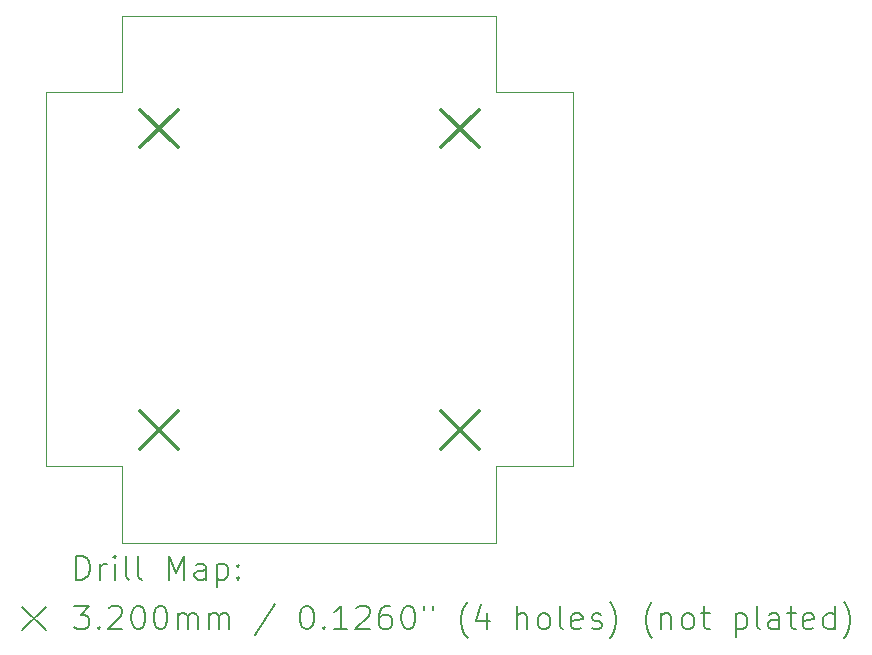
<source format=gbr>
%TF.GenerationSoftware,KiCad,Pcbnew,8.0.8*%
%TF.CreationDate,2025-05-27T15:12:43+02:00*%
%TF.ProjectId,gFocus,67466f63-7573-42e6-9b69-6361645f7063,rev?*%
%TF.SameCoordinates,Original*%
%TF.FileFunction,Drillmap*%
%TF.FilePolarity,Positive*%
%FSLAX45Y45*%
G04 Gerber Fmt 4.5, Leading zero omitted, Abs format (unit mm)*
G04 Created by KiCad (PCBNEW 8.0.8) date 2025-05-27 15:12:43*
%MOMM*%
%LPD*%
G01*
G04 APERTURE LIST*
%ADD10C,0.050000*%
%ADD11C,0.200000*%
%ADD12C,0.320000*%
G04 APERTURE END LIST*
D10*
X16175000Y-11995000D02*
X16175000Y-11350000D01*
X16820000Y-8180000D02*
X16820000Y-11350000D01*
X16175000Y-11350000D02*
X16820000Y-11350000D01*
X12360000Y-11350000D02*
X12360000Y-8180000D01*
X13005000Y-7535000D02*
X16175000Y-7535000D01*
X16820000Y-8180000D02*
X16175000Y-8180000D01*
X16175000Y-7535000D02*
X16175000Y-8180000D01*
X16175000Y-11995000D02*
X13005000Y-11995000D01*
X12360000Y-8180000D02*
X13005000Y-8180000D01*
X13005000Y-7535000D02*
X13005000Y-8180000D01*
X13005000Y-11995000D02*
X13005000Y-11350000D01*
X12360000Y-11350000D02*
X13005000Y-11350000D01*
D11*
D12*
X13155000Y-8330000D02*
X13475000Y-8650000D01*
X13475000Y-8330000D02*
X13155000Y-8650000D01*
X13155000Y-10880000D02*
X13475000Y-11200000D01*
X13475000Y-10880000D02*
X13155000Y-11200000D01*
X15705000Y-8330000D02*
X16025000Y-8650000D01*
X16025000Y-8330000D02*
X15705000Y-8650000D01*
X15705000Y-10880000D02*
X16025000Y-11200000D01*
X16025000Y-10880000D02*
X15705000Y-11200000D01*
D11*
X12618277Y-12308984D02*
X12618277Y-12108984D01*
X12618277Y-12108984D02*
X12665896Y-12108984D01*
X12665896Y-12108984D02*
X12694467Y-12118508D01*
X12694467Y-12118508D02*
X12713515Y-12137555D01*
X12713515Y-12137555D02*
X12723039Y-12156603D01*
X12723039Y-12156603D02*
X12732562Y-12194698D01*
X12732562Y-12194698D02*
X12732562Y-12223269D01*
X12732562Y-12223269D02*
X12723039Y-12261365D01*
X12723039Y-12261365D02*
X12713515Y-12280412D01*
X12713515Y-12280412D02*
X12694467Y-12299460D01*
X12694467Y-12299460D02*
X12665896Y-12308984D01*
X12665896Y-12308984D02*
X12618277Y-12308984D01*
X12818277Y-12308984D02*
X12818277Y-12175650D01*
X12818277Y-12213746D02*
X12827801Y-12194698D01*
X12827801Y-12194698D02*
X12837324Y-12185174D01*
X12837324Y-12185174D02*
X12856372Y-12175650D01*
X12856372Y-12175650D02*
X12875420Y-12175650D01*
X12942086Y-12308984D02*
X12942086Y-12175650D01*
X12942086Y-12108984D02*
X12932562Y-12118508D01*
X12932562Y-12118508D02*
X12942086Y-12128031D01*
X12942086Y-12128031D02*
X12951610Y-12118508D01*
X12951610Y-12118508D02*
X12942086Y-12108984D01*
X12942086Y-12108984D02*
X12942086Y-12128031D01*
X13065896Y-12308984D02*
X13046848Y-12299460D01*
X13046848Y-12299460D02*
X13037324Y-12280412D01*
X13037324Y-12280412D02*
X13037324Y-12108984D01*
X13170658Y-12308984D02*
X13151610Y-12299460D01*
X13151610Y-12299460D02*
X13142086Y-12280412D01*
X13142086Y-12280412D02*
X13142086Y-12108984D01*
X13399229Y-12308984D02*
X13399229Y-12108984D01*
X13399229Y-12108984D02*
X13465896Y-12251841D01*
X13465896Y-12251841D02*
X13532562Y-12108984D01*
X13532562Y-12108984D02*
X13532562Y-12308984D01*
X13713515Y-12308984D02*
X13713515Y-12204222D01*
X13713515Y-12204222D02*
X13703991Y-12185174D01*
X13703991Y-12185174D02*
X13684943Y-12175650D01*
X13684943Y-12175650D02*
X13646848Y-12175650D01*
X13646848Y-12175650D02*
X13627801Y-12185174D01*
X13713515Y-12299460D02*
X13694467Y-12308984D01*
X13694467Y-12308984D02*
X13646848Y-12308984D01*
X13646848Y-12308984D02*
X13627801Y-12299460D01*
X13627801Y-12299460D02*
X13618277Y-12280412D01*
X13618277Y-12280412D02*
X13618277Y-12261365D01*
X13618277Y-12261365D02*
X13627801Y-12242317D01*
X13627801Y-12242317D02*
X13646848Y-12232793D01*
X13646848Y-12232793D02*
X13694467Y-12232793D01*
X13694467Y-12232793D02*
X13713515Y-12223269D01*
X13808753Y-12175650D02*
X13808753Y-12375650D01*
X13808753Y-12185174D02*
X13827801Y-12175650D01*
X13827801Y-12175650D02*
X13865896Y-12175650D01*
X13865896Y-12175650D02*
X13884943Y-12185174D01*
X13884943Y-12185174D02*
X13894467Y-12194698D01*
X13894467Y-12194698D02*
X13903991Y-12213746D01*
X13903991Y-12213746D02*
X13903991Y-12270888D01*
X13903991Y-12270888D02*
X13894467Y-12289936D01*
X13894467Y-12289936D02*
X13884943Y-12299460D01*
X13884943Y-12299460D02*
X13865896Y-12308984D01*
X13865896Y-12308984D02*
X13827801Y-12308984D01*
X13827801Y-12308984D02*
X13808753Y-12299460D01*
X13989705Y-12289936D02*
X13999229Y-12299460D01*
X13999229Y-12299460D02*
X13989705Y-12308984D01*
X13989705Y-12308984D02*
X13980182Y-12299460D01*
X13980182Y-12299460D02*
X13989705Y-12289936D01*
X13989705Y-12289936D02*
X13989705Y-12308984D01*
X13989705Y-12185174D02*
X13999229Y-12194698D01*
X13999229Y-12194698D02*
X13989705Y-12204222D01*
X13989705Y-12204222D02*
X13980182Y-12194698D01*
X13980182Y-12194698D02*
X13989705Y-12185174D01*
X13989705Y-12185174D02*
X13989705Y-12204222D01*
X12157500Y-12537500D02*
X12357500Y-12737500D01*
X12357500Y-12537500D02*
X12157500Y-12737500D01*
X12599229Y-12528984D02*
X12723039Y-12528984D01*
X12723039Y-12528984D02*
X12656372Y-12605174D01*
X12656372Y-12605174D02*
X12684943Y-12605174D01*
X12684943Y-12605174D02*
X12703991Y-12614698D01*
X12703991Y-12614698D02*
X12713515Y-12624222D01*
X12713515Y-12624222D02*
X12723039Y-12643269D01*
X12723039Y-12643269D02*
X12723039Y-12690888D01*
X12723039Y-12690888D02*
X12713515Y-12709936D01*
X12713515Y-12709936D02*
X12703991Y-12719460D01*
X12703991Y-12719460D02*
X12684943Y-12728984D01*
X12684943Y-12728984D02*
X12627801Y-12728984D01*
X12627801Y-12728984D02*
X12608753Y-12719460D01*
X12608753Y-12719460D02*
X12599229Y-12709936D01*
X12808753Y-12709936D02*
X12818277Y-12719460D01*
X12818277Y-12719460D02*
X12808753Y-12728984D01*
X12808753Y-12728984D02*
X12799229Y-12719460D01*
X12799229Y-12719460D02*
X12808753Y-12709936D01*
X12808753Y-12709936D02*
X12808753Y-12728984D01*
X12894467Y-12548031D02*
X12903991Y-12538508D01*
X12903991Y-12538508D02*
X12923039Y-12528984D01*
X12923039Y-12528984D02*
X12970658Y-12528984D01*
X12970658Y-12528984D02*
X12989705Y-12538508D01*
X12989705Y-12538508D02*
X12999229Y-12548031D01*
X12999229Y-12548031D02*
X13008753Y-12567079D01*
X13008753Y-12567079D02*
X13008753Y-12586127D01*
X13008753Y-12586127D02*
X12999229Y-12614698D01*
X12999229Y-12614698D02*
X12884943Y-12728984D01*
X12884943Y-12728984D02*
X13008753Y-12728984D01*
X13132562Y-12528984D02*
X13151610Y-12528984D01*
X13151610Y-12528984D02*
X13170658Y-12538508D01*
X13170658Y-12538508D02*
X13180182Y-12548031D01*
X13180182Y-12548031D02*
X13189705Y-12567079D01*
X13189705Y-12567079D02*
X13199229Y-12605174D01*
X13199229Y-12605174D02*
X13199229Y-12652793D01*
X13199229Y-12652793D02*
X13189705Y-12690888D01*
X13189705Y-12690888D02*
X13180182Y-12709936D01*
X13180182Y-12709936D02*
X13170658Y-12719460D01*
X13170658Y-12719460D02*
X13151610Y-12728984D01*
X13151610Y-12728984D02*
X13132562Y-12728984D01*
X13132562Y-12728984D02*
X13113515Y-12719460D01*
X13113515Y-12719460D02*
X13103991Y-12709936D01*
X13103991Y-12709936D02*
X13094467Y-12690888D01*
X13094467Y-12690888D02*
X13084943Y-12652793D01*
X13084943Y-12652793D02*
X13084943Y-12605174D01*
X13084943Y-12605174D02*
X13094467Y-12567079D01*
X13094467Y-12567079D02*
X13103991Y-12548031D01*
X13103991Y-12548031D02*
X13113515Y-12538508D01*
X13113515Y-12538508D02*
X13132562Y-12528984D01*
X13323039Y-12528984D02*
X13342086Y-12528984D01*
X13342086Y-12528984D02*
X13361134Y-12538508D01*
X13361134Y-12538508D02*
X13370658Y-12548031D01*
X13370658Y-12548031D02*
X13380182Y-12567079D01*
X13380182Y-12567079D02*
X13389705Y-12605174D01*
X13389705Y-12605174D02*
X13389705Y-12652793D01*
X13389705Y-12652793D02*
X13380182Y-12690888D01*
X13380182Y-12690888D02*
X13370658Y-12709936D01*
X13370658Y-12709936D02*
X13361134Y-12719460D01*
X13361134Y-12719460D02*
X13342086Y-12728984D01*
X13342086Y-12728984D02*
X13323039Y-12728984D01*
X13323039Y-12728984D02*
X13303991Y-12719460D01*
X13303991Y-12719460D02*
X13294467Y-12709936D01*
X13294467Y-12709936D02*
X13284943Y-12690888D01*
X13284943Y-12690888D02*
X13275420Y-12652793D01*
X13275420Y-12652793D02*
X13275420Y-12605174D01*
X13275420Y-12605174D02*
X13284943Y-12567079D01*
X13284943Y-12567079D02*
X13294467Y-12548031D01*
X13294467Y-12548031D02*
X13303991Y-12538508D01*
X13303991Y-12538508D02*
X13323039Y-12528984D01*
X13475420Y-12728984D02*
X13475420Y-12595650D01*
X13475420Y-12614698D02*
X13484943Y-12605174D01*
X13484943Y-12605174D02*
X13503991Y-12595650D01*
X13503991Y-12595650D02*
X13532563Y-12595650D01*
X13532563Y-12595650D02*
X13551610Y-12605174D01*
X13551610Y-12605174D02*
X13561134Y-12624222D01*
X13561134Y-12624222D02*
X13561134Y-12728984D01*
X13561134Y-12624222D02*
X13570658Y-12605174D01*
X13570658Y-12605174D02*
X13589705Y-12595650D01*
X13589705Y-12595650D02*
X13618277Y-12595650D01*
X13618277Y-12595650D02*
X13637324Y-12605174D01*
X13637324Y-12605174D02*
X13646848Y-12624222D01*
X13646848Y-12624222D02*
X13646848Y-12728984D01*
X13742086Y-12728984D02*
X13742086Y-12595650D01*
X13742086Y-12614698D02*
X13751610Y-12605174D01*
X13751610Y-12605174D02*
X13770658Y-12595650D01*
X13770658Y-12595650D02*
X13799229Y-12595650D01*
X13799229Y-12595650D02*
X13818277Y-12605174D01*
X13818277Y-12605174D02*
X13827801Y-12624222D01*
X13827801Y-12624222D02*
X13827801Y-12728984D01*
X13827801Y-12624222D02*
X13837324Y-12605174D01*
X13837324Y-12605174D02*
X13856372Y-12595650D01*
X13856372Y-12595650D02*
X13884943Y-12595650D01*
X13884943Y-12595650D02*
X13903991Y-12605174D01*
X13903991Y-12605174D02*
X13913515Y-12624222D01*
X13913515Y-12624222D02*
X13913515Y-12728984D01*
X14303991Y-12519460D02*
X14132563Y-12776603D01*
X14561134Y-12528984D02*
X14580182Y-12528984D01*
X14580182Y-12528984D02*
X14599229Y-12538508D01*
X14599229Y-12538508D02*
X14608753Y-12548031D01*
X14608753Y-12548031D02*
X14618277Y-12567079D01*
X14618277Y-12567079D02*
X14627801Y-12605174D01*
X14627801Y-12605174D02*
X14627801Y-12652793D01*
X14627801Y-12652793D02*
X14618277Y-12690888D01*
X14618277Y-12690888D02*
X14608753Y-12709936D01*
X14608753Y-12709936D02*
X14599229Y-12719460D01*
X14599229Y-12719460D02*
X14580182Y-12728984D01*
X14580182Y-12728984D02*
X14561134Y-12728984D01*
X14561134Y-12728984D02*
X14542086Y-12719460D01*
X14542086Y-12719460D02*
X14532563Y-12709936D01*
X14532563Y-12709936D02*
X14523039Y-12690888D01*
X14523039Y-12690888D02*
X14513515Y-12652793D01*
X14513515Y-12652793D02*
X14513515Y-12605174D01*
X14513515Y-12605174D02*
X14523039Y-12567079D01*
X14523039Y-12567079D02*
X14532563Y-12548031D01*
X14532563Y-12548031D02*
X14542086Y-12538508D01*
X14542086Y-12538508D02*
X14561134Y-12528984D01*
X14713515Y-12709936D02*
X14723039Y-12719460D01*
X14723039Y-12719460D02*
X14713515Y-12728984D01*
X14713515Y-12728984D02*
X14703991Y-12719460D01*
X14703991Y-12719460D02*
X14713515Y-12709936D01*
X14713515Y-12709936D02*
X14713515Y-12728984D01*
X14913515Y-12728984D02*
X14799229Y-12728984D01*
X14856372Y-12728984D02*
X14856372Y-12528984D01*
X14856372Y-12528984D02*
X14837325Y-12557555D01*
X14837325Y-12557555D02*
X14818277Y-12576603D01*
X14818277Y-12576603D02*
X14799229Y-12586127D01*
X14989706Y-12548031D02*
X14999229Y-12538508D01*
X14999229Y-12538508D02*
X15018277Y-12528984D01*
X15018277Y-12528984D02*
X15065896Y-12528984D01*
X15065896Y-12528984D02*
X15084944Y-12538508D01*
X15084944Y-12538508D02*
X15094467Y-12548031D01*
X15094467Y-12548031D02*
X15103991Y-12567079D01*
X15103991Y-12567079D02*
X15103991Y-12586127D01*
X15103991Y-12586127D02*
X15094467Y-12614698D01*
X15094467Y-12614698D02*
X14980182Y-12728984D01*
X14980182Y-12728984D02*
X15103991Y-12728984D01*
X15275420Y-12528984D02*
X15237325Y-12528984D01*
X15237325Y-12528984D02*
X15218277Y-12538508D01*
X15218277Y-12538508D02*
X15208753Y-12548031D01*
X15208753Y-12548031D02*
X15189706Y-12576603D01*
X15189706Y-12576603D02*
X15180182Y-12614698D01*
X15180182Y-12614698D02*
X15180182Y-12690888D01*
X15180182Y-12690888D02*
X15189706Y-12709936D01*
X15189706Y-12709936D02*
X15199229Y-12719460D01*
X15199229Y-12719460D02*
X15218277Y-12728984D01*
X15218277Y-12728984D02*
X15256372Y-12728984D01*
X15256372Y-12728984D02*
X15275420Y-12719460D01*
X15275420Y-12719460D02*
X15284944Y-12709936D01*
X15284944Y-12709936D02*
X15294467Y-12690888D01*
X15294467Y-12690888D02*
X15294467Y-12643269D01*
X15294467Y-12643269D02*
X15284944Y-12624222D01*
X15284944Y-12624222D02*
X15275420Y-12614698D01*
X15275420Y-12614698D02*
X15256372Y-12605174D01*
X15256372Y-12605174D02*
X15218277Y-12605174D01*
X15218277Y-12605174D02*
X15199229Y-12614698D01*
X15199229Y-12614698D02*
X15189706Y-12624222D01*
X15189706Y-12624222D02*
X15180182Y-12643269D01*
X15418277Y-12528984D02*
X15437325Y-12528984D01*
X15437325Y-12528984D02*
X15456372Y-12538508D01*
X15456372Y-12538508D02*
X15465896Y-12548031D01*
X15465896Y-12548031D02*
X15475420Y-12567079D01*
X15475420Y-12567079D02*
X15484944Y-12605174D01*
X15484944Y-12605174D02*
X15484944Y-12652793D01*
X15484944Y-12652793D02*
X15475420Y-12690888D01*
X15475420Y-12690888D02*
X15465896Y-12709936D01*
X15465896Y-12709936D02*
X15456372Y-12719460D01*
X15456372Y-12719460D02*
X15437325Y-12728984D01*
X15437325Y-12728984D02*
X15418277Y-12728984D01*
X15418277Y-12728984D02*
X15399229Y-12719460D01*
X15399229Y-12719460D02*
X15389706Y-12709936D01*
X15389706Y-12709936D02*
X15380182Y-12690888D01*
X15380182Y-12690888D02*
X15370658Y-12652793D01*
X15370658Y-12652793D02*
X15370658Y-12605174D01*
X15370658Y-12605174D02*
X15380182Y-12567079D01*
X15380182Y-12567079D02*
X15389706Y-12548031D01*
X15389706Y-12548031D02*
X15399229Y-12538508D01*
X15399229Y-12538508D02*
X15418277Y-12528984D01*
X15561134Y-12528984D02*
X15561134Y-12567079D01*
X15637325Y-12528984D02*
X15637325Y-12567079D01*
X15932563Y-12805174D02*
X15923039Y-12795650D01*
X15923039Y-12795650D02*
X15903991Y-12767079D01*
X15903991Y-12767079D02*
X15894468Y-12748031D01*
X15894468Y-12748031D02*
X15884944Y-12719460D01*
X15884944Y-12719460D02*
X15875420Y-12671841D01*
X15875420Y-12671841D02*
X15875420Y-12633746D01*
X15875420Y-12633746D02*
X15884944Y-12586127D01*
X15884944Y-12586127D02*
X15894468Y-12557555D01*
X15894468Y-12557555D02*
X15903991Y-12538508D01*
X15903991Y-12538508D02*
X15923039Y-12509936D01*
X15923039Y-12509936D02*
X15932563Y-12500412D01*
X16094468Y-12595650D02*
X16094468Y-12728984D01*
X16046848Y-12519460D02*
X15999229Y-12662317D01*
X15999229Y-12662317D02*
X16123039Y-12662317D01*
X16351610Y-12728984D02*
X16351610Y-12528984D01*
X16437325Y-12728984D02*
X16437325Y-12624222D01*
X16437325Y-12624222D02*
X16427801Y-12605174D01*
X16427801Y-12605174D02*
X16408753Y-12595650D01*
X16408753Y-12595650D02*
X16380182Y-12595650D01*
X16380182Y-12595650D02*
X16361134Y-12605174D01*
X16361134Y-12605174D02*
X16351610Y-12614698D01*
X16561134Y-12728984D02*
X16542087Y-12719460D01*
X16542087Y-12719460D02*
X16532563Y-12709936D01*
X16532563Y-12709936D02*
X16523039Y-12690888D01*
X16523039Y-12690888D02*
X16523039Y-12633746D01*
X16523039Y-12633746D02*
X16532563Y-12614698D01*
X16532563Y-12614698D02*
X16542087Y-12605174D01*
X16542087Y-12605174D02*
X16561134Y-12595650D01*
X16561134Y-12595650D02*
X16589706Y-12595650D01*
X16589706Y-12595650D02*
X16608753Y-12605174D01*
X16608753Y-12605174D02*
X16618277Y-12614698D01*
X16618277Y-12614698D02*
X16627801Y-12633746D01*
X16627801Y-12633746D02*
X16627801Y-12690888D01*
X16627801Y-12690888D02*
X16618277Y-12709936D01*
X16618277Y-12709936D02*
X16608753Y-12719460D01*
X16608753Y-12719460D02*
X16589706Y-12728984D01*
X16589706Y-12728984D02*
X16561134Y-12728984D01*
X16742087Y-12728984D02*
X16723039Y-12719460D01*
X16723039Y-12719460D02*
X16713515Y-12700412D01*
X16713515Y-12700412D02*
X16713515Y-12528984D01*
X16894468Y-12719460D02*
X16875420Y-12728984D01*
X16875420Y-12728984D02*
X16837325Y-12728984D01*
X16837325Y-12728984D02*
X16818277Y-12719460D01*
X16818277Y-12719460D02*
X16808753Y-12700412D01*
X16808753Y-12700412D02*
X16808753Y-12624222D01*
X16808753Y-12624222D02*
X16818277Y-12605174D01*
X16818277Y-12605174D02*
X16837325Y-12595650D01*
X16837325Y-12595650D02*
X16875420Y-12595650D01*
X16875420Y-12595650D02*
X16894468Y-12605174D01*
X16894468Y-12605174D02*
X16903992Y-12624222D01*
X16903992Y-12624222D02*
X16903992Y-12643269D01*
X16903992Y-12643269D02*
X16808753Y-12662317D01*
X16980182Y-12719460D02*
X16999230Y-12728984D01*
X16999230Y-12728984D02*
X17037325Y-12728984D01*
X17037325Y-12728984D02*
X17056373Y-12719460D01*
X17056373Y-12719460D02*
X17065896Y-12700412D01*
X17065896Y-12700412D02*
X17065896Y-12690888D01*
X17065896Y-12690888D02*
X17056373Y-12671841D01*
X17056373Y-12671841D02*
X17037325Y-12662317D01*
X17037325Y-12662317D02*
X17008753Y-12662317D01*
X17008753Y-12662317D02*
X16989706Y-12652793D01*
X16989706Y-12652793D02*
X16980182Y-12633746D01*
X16980182Y-12633746D02*
X16980182Y-12624222D01*
X16980182Y-12624222D02*
X16989706Y-12605174D01*
X16989706Y-12605174D02*
X17008753Y-12595650D01*
X17008753Y-12595650D02*
X17037325Y-12595650D01*
X17037325Y-12595650D02*
X17056373Y-12605174D01*
X17132563Y-12805174D02*
X17142087Y-12795650D01*
X17142087Y-12795650D02*
X17161134Y-12767079D01*
X17161134Y-12767079D02*
X17170658Y-12748031D01*
X17170658Y-12748031D02*
X17180182Y-12719460D01*
X17180182Y-12719460D02*
X17189706Y-12671841D01*
X17189706Y-12671841D02*
X17189706Y-12633746D01*
X17189706Y-12633746D02*
X17180182Y-12586127D01*
X17180182Y-12586127D02*
X17170658Y-12557555D01*
X17170658Y-12557555D02*
X17161134Y-12538508D01*
X17161134Y-12538508D02*
X17142087Y-12509936D01*
X17142087Y-12509936D02*
X17132563Y-12500412D01*
X17494468Y-12805174D02*
X17484944Y-12795650D01*
X17484944Y-12795650D02*
X17465896Y-12767079D01*
X17465896Y-12767079D02*
X17456373Y-12748031D01*
X17456373Y-12748031D02*
X17446849Y-12719460D01*
X17446849Y-12719460D02*
X17437325Y-12671841D01*
X17437325Y-12671841D02*
X17437325Y-12633746D01*
X17437325Y-12633746D02*
X17446849Y-12586127D01*
X17446849Y-12586127D02*
X17456373Y-12557555D01*
X17456373Y-12557555D02*
X17465896Y-12538508D01*
X17465896Y-12538508D02*
X17484944Y-12509936D01*
X17484944Y-12509936D02*
X17494468Y-12500412D01*
X17570658Y-12595650D02*
X17570658Y-12728984D01*
X17570658Y-12614698D02*
X17580182Y-12605174D01*
X17580182Y-12605174D02*
X17599230Y-12595650D01*
X17599230Y-12595650D02*
X17627801Y-12595650D01*
X17627801Y-12595650D02*
X17646849Y-12605174D01*
X17646849Y-12605174D02*
X17656373Y-12624222D01*
X17656373Y-12624222D02*
X17656373Y-12728984D01*
X17780182Y-12728984D02*
X17761134Y-12719460D01*
X17761134Y-12719460D02*
X17751611Y-12709936D01*
X17751611Y-12709936D02*
X17742087Y-12690888D01*
X17742087Y-12690888D02*
X17742087Y-12633746D01*
X17742087Y-12633746D02*
X17751611Y-12614698D01*
X17751611Y-12614698D02*
X17761134Y-12605174D01*
X17761134Y-12605174D02*
X17780182Y-12595650D01*
X17780182Y-12595650D02*
X17808754Y-12595650D01*
X17808754Y-12595650D02*
X17827801Y-12605174D01*
X17827801Y-12605174D02*
X17837325Y-12614698D01*
X17837325Y-12614698D02*
X17846849Y-12633746D01*
X17846849Y-12633746D02*
X17846849Y-12690888D01*
X17846849Y-12690888D02*
X17837325Y-12709936D01*
X17837325Y-12709936D02*
X17827801Y-12719460D01*
X17827801Y-12719460D02*
X17808754Y-12728984D01*
X17808754Y-12728984D02*
X17780182Y-12728984D01*
X17903992Y-12595650D02*
X17980182Y-12595650D01*
X17932563Y-12528984D02*
X17932563Y-12700412D01*
X17932563Y-12700412D02*
X17942087Y-12719460D01*
X17942087Y-12719460D02*
X17961134Y-12728984D01*
X17961134Y-12728984D02*
X17980182Y-12728984D01*
X18199230Y-12595650D02*
X18199230Y-12795650D01*
X18199230Y-12605174D02*
X18218277Y-12595650D01*
X18218277Y-12595650D02*
X18256373Y-12595650D01*
X18256373Y-12595650D02*
X18275420Y-12605174D01*
X18275420Y-12605174D02*
X18284944Y-12614698D01*
X18284944Y-12614698D02*
X18294468Y-12633746D01*
X18294468Y-12633746D02*
X18294468Y-12690888D01*
X18294468Y-12690888D02*
X18284944Y-12709936D01*
X18284944Y-12709936D02*
X18275420Y-12719460D01*
X18275420Y-12719460D02*
X18256373Y-12728984D01*
X18256373Y-12728984D02*
X18218277Y-12728984D01*
X18218277Y-12728984D02*
X18199230Y-12719460D01*
X18408754Y-12728984D02*
X18389706Y-12719460D01*
X18389706Y-12719460D02*
X18380182Y-12700412D01*
X18380182Y-12700412D02*
X18380182Y-12528984D01*
X18570658Y-12728984D02*
X18570658Y-12624222D01*
X18570658Y-12624222D02*
X18561135Y-12605174D01*
X18561135Y-12605174D02*
X18542087Y-12595650D01*
X18542087Y-12595650D02*
X18503992Y-12595650D01*
X18503992Y-12595650D02*
X18484944Y-12605174D01*
X18570658Y-12719460D02*
X18551611Y-12728984D01*
X18551611Y-12728984D02*
X18503992Y-12728984D01*
X18503992Y-12728984D02*
X18484944Y-12719460D01*
X18484944Y-12719460D02*
X18475420Y-12700412D01*
X18475420Y-12700412D02*
X18475420Y-12681365D01*
X18475420Y-12681365D02*
X18484944Y-12662317D01*
X18484944Y-12662317D02*
X18503992Y-12652793D01*
X18503992Y-12652793D02*
X18551611Y-12652793D01*
X18551611Y-12652793D02*
X18570658Y-12643269D01*
X18637325Y-12595650D02*
X18713515Y-12595650D01*
X18665896Y-12528984D02*
X18665896Y-12700412D01*
X18665896Y-12700412D02*
X18675420Y-12719460D01*
X18675420Y-12719460D02*
X18694468Y-12728984D01*
X18694468Y-12728984D02*
X18713515Y-12728984D01*
X18856373Y-12719460D02*
X18837325Y-12728984D01*
X18837325Y-12728984D02*
X18799230Y-12728984D01*
X18799230Y-12728984D02*
X18780182Y-12719460D01*
X18780182Y-12719460D02*
X18770658Y-12700412D01*
X18770658Y-12700412D02*
X18770658Y-12624222D01*
X18770658Y-12624222D02*
X18780182Y-12605174D01*
X18780182Y-12605174D02*
X18799230Y-12595650D01*
X18799230Y-12595650D02*
X18837325Y-12595650D01*
X18837325Y-12595650D02*
X18856373Y-12605174D01*
X18856373Y-12605174D02*
X18865896Y-12624222D01*
X18865896Y-12624222D02*
X18865896Y-12643269D01*
X18865896Y-12643269D02*
X18770658Y-12662317D01*
X19037325Y-12728984D02*
X19037325Y-12528984D01*
X19037325Y-12719460D02*
X19018277Y-12728984D01*
X19018277Y-12728984D02*
X18980182Y-12728984D01*
X18980182Y-12728984D02*
X18961135Y-12719460D01*
X18961135Y-12719460D02*
X18951611Y-12709936D01*
X18951611Y-12709936D02*
X18942087Y-12690888D01*
X18942087Y-12690888D02*
X18942087Y-12633746D01*
X18942087Y-12633746D02*
X18951611Y-12614698D01*
X18951611Y-12614698D02*
X18961135Y-12605174D01*
X18961135Y-12605174D02*
X18980182Y-12595650D01*
X18980182Y-12595650D02*
X19018277Y-12595650D01*
X19018277Y-12595650D02*
X19037325Y-12605174D01*
X19113516Y-12805174D02*
X19123039Y-12795650D01*
X19123039Y-12795650D02*
X19142087Y-12767079D01*
X19142087Y-12767079D02*
X19151611Y-12748031D01*
X19151611Y-12748031D02*
X19161135Y-12719460D01*
X19161135Y-12719460D02*
X19170658Y-12671841D01*
X19170658Y-12671841D02*
X19170658Y-12633746D01*
X19170658Y-12633746D02*
X19161135Y-12586127D01*
X19161135Y-12586127D02*
X19151611Y-12557555D01*
X19151611Y-12557555D02*
X19142087Y-12538508D01*
X19142087Y-12538508D02*
X19123039Y-12509936D01*
X19123039Y-12509936D02*
X19113516Y-12500412D01*
M02*

</source>
